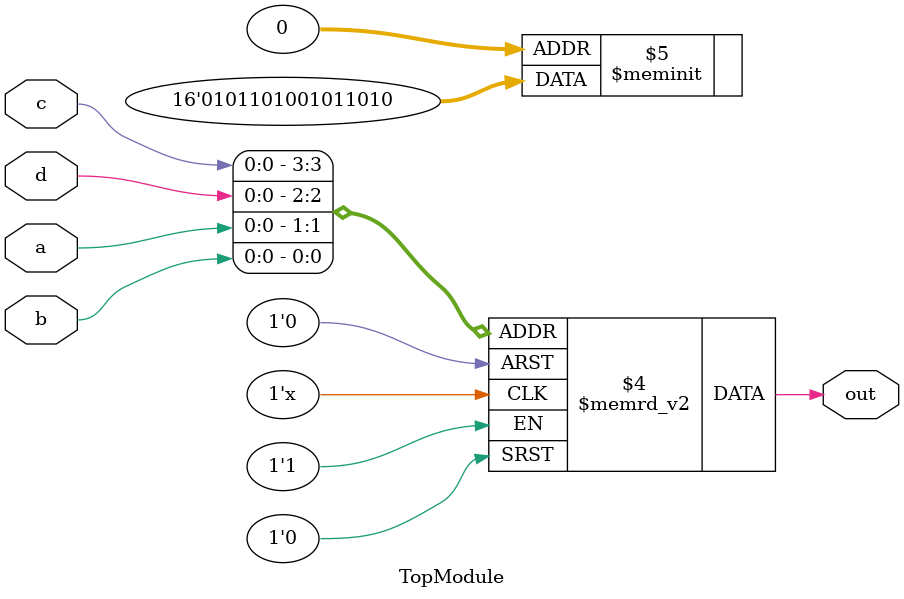
<source format=sv>

module TopModule (
  input a,
  input b,
  input c,
  input d,
  output reg out
);
        always @(*) begin
            case ({c, d, a, b})
                4'b0000, 4'b0010, 4'b0101, 4'b0111, 4'b1000, 4'b1010, 4'b1101, 4'b1111: out = 0;
                4'b0001, 4'b0011, 4'b0100, 4'b0110, 4'b1001, 4'b1011, 4'b1100, 4'b1110: out = 1;
                default: out = 0; // Default case for completeness
            endcase
        end
endmodule
/*Status: Error running testbench

Fail Messages:The testbench simulated, but had errors. Please fix the module. The output of iverilog is as follows:
VCD info: dumpfile wave.vcd opened for output.
./execute_environment/testbench.sv:38: $finish called at 1161 (1ps)
Hint: Output 'out' has 112 mismatches. First mismatch occurred at time 30.
Hint: Total mismatched samples is 112 out of 232 samples

Simulation finished at 1161 ps
Mismatches: 112 in 232 samples

*/
/*
Misinterpretation of Multimodal Data: KMAP
*/
</source>
